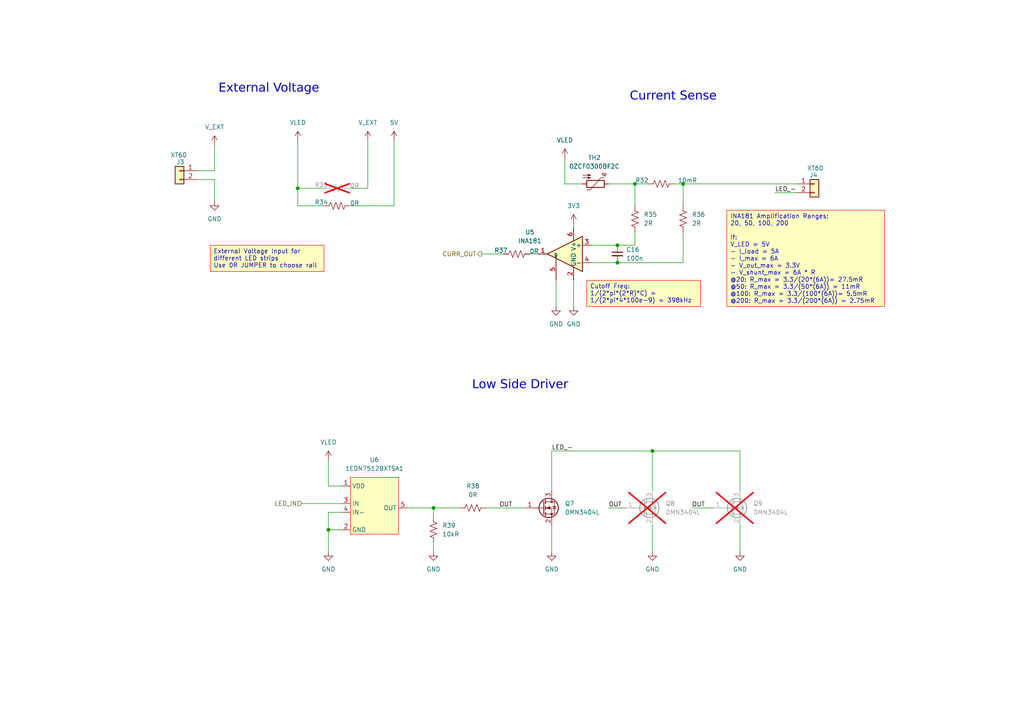
<source format=kicad_sch>
(kicad_sch (version 20231120) (generator "eeschema") (generator_version "8.0")
  (paper "A4")
  (title_block (title "${SHEETNAME}") (date "2024-11-22") (rev "1.0.0") (company "Demeter") (comment 1 "Akshat Doctor"))
  (lib_symbols
    (symbol "Amplifier_Current:INA181" (pin_names (offset 0.127))
      (property "Reference" "U" (at 3.81 3.81 0))
      (property "Value" "INA181" (at 3.81 -2.54 0))
      (symbol "INA181_0_1"
        (polyline (pts (xy 5.08 0) (xy -5.08 5.08) (xy -5.08 -5.08) (xy 5.08 0)) (stroke (width 0.254)) (fill (type background)))
      )
      (symbol "INA181_1_1"
        (pin output line (at 7.62 0 180) (length 2.54) (name "~") (number "1"))
        (pin power_in line (at -2.54 -7.62 90) (length 3.81) (name "GND") (number "2"))
        (pin input line (at -7.62 2.54 0) (length 2.54) (name "+") (number "3"))
        (pin input line (at -7.62 -2.54 0) (length 2.54) (name "-") (number "4"))
        (pin input line (at 2.54 -7.62 90) (length 6.35) (name "REF") (number "5"))
        (pin power_in line (at -2.54 7.62 270) (length 3.81) (name "V+") (number "6"))
      )
    )
    (symbol "Connector_Generic:Conn_01x02" (pin_names (offset 1.016) hide)
      (property "Reference" "J" (at 0 2.54 0))
      (property "Value" "Conn_01x02" (at 0 -5.08 0))
      (symbol "Conn_01x02_1_1"
        (rectangle (start -1.27 -2.413) (end 0 -2.667) (stroke (width 0.1524)))
        (rectangle (start -1.27 0.127) (end 0 -0.127) (stroke (width 0.1524)))
        (rectangle (start -1.27 1.27) (end 1.27 -3.81) (stroke (width 0.254)) (fill (type background)))
        (pin passive line (at -5.08 0 0) (length 3.81) (name "Pin_1") (number "1"))
        (pin passive line (at -5.08 -2.54 0) (length 3.81) (name "Pin_2") (number "2"))
      )
    )
    (symbol "Demeter_Extra:1EDN7512BXTSA1"
      (property "Reference" "U" (at 5.08 20.32 0))
      (property "Value" "1EDN7512BXTSA1" (at 6.35 17.78 0))
      (symbol "1EDN7512BXTSA1_1_1"
        (rectangle (start 0 16.51) (end 13.97 0) (stroke (width 0) (color 255 0 0 1)) (fill (type background)))
        (pin input line (at -2.54 13.97 0) (length 2.54) (name "VDD") (number "1"))
        (pin input line (at -2.54 1.27 0) (length 2.54) (name "GND") (number "2"))
        (pin input line (at -2.54 8.89 0) (length 2.54) (name "IN") (number "3"))
        (pin input line (at -2.54 6.35 0) (length 2.54) (name "IN-") (number "4"))
        (pin input line (at 16.51 7.62 180) (length 2.54) (name "OUT") (number "5"))
      )
    )
    (symbol "Device:C_Small" (pin_numbers hide) (pin_names (offset 0.254) hide)
      (property "Reference" "C" (at 0.254 1.778 0))
      (property "Value" "C_Small" (at 0.254 -2.032 0))
      (symbol "C_Small_0_1"
        (polyline (pts (xy -1.524 -0.508) (xy 1.524 -0.508)) (stroke (width 0.3302)))
        (polyline (pts (xy -1.524 0.508) (xy 1.524 0.508)) (stroke (width 0.3048)))
      )
      (symbol "C_Small_1_1"
        (pin passive line (at 0 2.54 270) (length 2.032) (name "~") (number "1"))
        (pin passive line (at 0 -2.54 90) (length 2.032) (name "~") (number "2"))
      )
    )
    (symbol "Device:R_US" (pin_numbers hide) (pin_names (offset 0))
      (property "Reference" "R" (at 2.54 0 90))
      (property "Value" "R_US" (at -2.54 0 90))
      (symbol "R_US_0_1"
        (polyline (pts (xy 0 -2.286) (xy 0 -2.54)))
        (polyline (pts (xy 0 2.286) (xy 0 2.54)))
        (polyline (pts (xy 0 -0.762) (xy 1.016 -1.143) (xy 0 -1.524) (xy -1.016 -1.905) (xy 0 -2.286)))
        (polyline (pts (xy 0 0.762) (xy 1.016 0.381) (xy 0 0) (xy -1.016 -0.381) (xy 0 -0.762)))
        (polyline (pts (xy 0 2.286) (xy 1.016 1.905) (xy 0 1.524) (xy -1.016 1.143) (xy 0 0.762)))
      )
      (symbol "R_US_1_1"
        (pin passive line (at 0 3.81 270) (length 1.27) (name "~") (number "1"))
        (pin passive line (at 0 -3.81 90) (length 1.27) (name "~") (number "2"))
      )
    )
    (symbol "Device:Thermistor_PTC" (pin_numbers hide) (pin_names (offset 0))
      (property "Reference" "TH" (at -4.064 0 90))
      (property "Value" "Thermistor_PTC" (at 3.048 0 90))
      (symbol "Thermistor_PTC_0_1"
        (arc (start -3.048 2.159) (mid -3.0495 2.3143) (end -3.175 2.413))
        (arc (start -3.048 2.159) (mid -2.9736 1.9794) (end -2.794 1.905))
        (arc (start -3.048 2.794) (mid -2.9736 2.6144) (end -2.794 2.54))
        (arc (start -2.794 1.905) (mid -2.6144 1.9794) (end -2.54 2.159))
        (arc (start -2.794 2.54) (mid -2.4393 2.5587) (end -2.159 2.794))
        (arc (start -2.794 3.048) (mid -2.9736 2.9736) (end -3.048 2.794))
        (arc (start -2.54 2.794) (mid -2.6144 2.9736) (end -2.794 3.048))
        (rectangle (start -1.016 2.54) (end 1.016 -2.54) (stroke (width 0.254)))
        (polyline (pts (xy -2.54 2.159) (xy -2.54 2.794)))
        (polyline (pts (xy -1.778 2.54) (xy -1.778 1.524) (xy 1.778 -1.524) (xy 1.778 -2.54)))
        (polyline (pts (xy -2.54 -3.683) (xy -2.54 -1.397) (xy -2.794 -2.159) (xy -2.286 -2.159) (xy -2.54 -1.397) (xy -2.54 -1.651)) (fill (type outline)))
        (polyline (pts (xy -1.778 -3.683) (xy -1.778 -1.397) (xy -2.032 -2.159) (xy -1.524 -2.159) (xy -1.778 -1.397) (xy -1.778 -1.651)) (fill (type outline)))
      )
      (symbol "Thermistor_PTC_1_1"
        (pin passive line (at 0 3.81 270) (length 1.27) (name "~") (number "1"))
        (pin passive line (at 0 -3.81 90) (length 1.27) (name "~") (number "2"))
      )
    )
    (symbol "Transistor_FET:DMN3404L" (pin_names hide)
      (property "Reference" "Q" (at 5.08 1.905 0))
      (property "Value" "DMN3404L" (at 5.08 0 0))
      (symbol "DMN3404L_0_1"
        (polyline (pts (xy 0.254 0) (xy -2.54 0)))
        (polyline (pts (xy 0.254 1.905) (xy 0.254 -1.905)) (stroke (width 0.254)))
        (polyline (pts (xy 0.762 -1.27) (xy 0.762 -2.286)) (stroke (width 0.254)))
        (polyline (pts (xy 0.762 0.508) (xy 0.762 -0.508)) (stroke (width 0.254)))
        (polyline (pts (xy 0.762 2.286) (xy 0.762 1.27)) (stroke (width 0.254)))
        (polyline (pts (xy 2.54 2.54) (xy 2.54 1.778)))
        (polyline (pts (xy 2.54 -2.54) (xy 2.54 0) (xy 0.762 0)))
        (polyline (pts (xy 0.762 -1.778) (xy 3.302 -1.778) (xy 3.302 1.778) (xy 0.762 1.778)))
        (polyline (pts (xy 1.016 0) (xy 2.032 0.381) (xy 2.032 -0.381) (xy 1.016 0)) (fill (type outline)))
        (polyline (pts (xy 2.794 0.508) (xy 2.921 0.381) (xy 3.683 0.381) (xy 3.81 0.254)))
        (polyline (pts (xy 3.302 0.381) (xy 2.921 -0.254) (xy 3.683 -0.254) (xy 3.302 0.381)))
        (circle (center 1.651 0) (radius 2.794) (stroke (width 0.254)))
        (circle (center 2.54 -1.778) (radius 0.254) (fill (type outline)))
        (circle (center 2.54 1.778) (radius 0.254) (fill (type outline)))
      )
      (symbol "DMN3404L_1_1"
        (pin input line (at -5.08 0 0) (length 2.54) (name "G") (number "1"))
        (pin passive line (at 2.54 -5.08 90) (length 2.54) (name "S") (number "2"))
        (pin passive line (at 2.54 5.08 270) (length 2.54) (name "D") (number "3"))
      )
    )
    (symbol "power:GND" (power) (pin_numbers hide) (pin_names (offset 0) hide)
      (property "Value" "GND" (at 0 -3.81 0))
      (symbol "GND_0_1"
        (polyline (pts (xy 0 0) (xy 0 -1.27) (xy 1.27 -1.27) (xy 0 -2.54) (xy -1.27 -1.27) (xy 0 -1.27)))
      )
      (symbol "GND_1_1"
        (pin power_in line (at 0 0 270) (length 0) (name "~") (number "1"))
      )
    )
    (symbol "power:VBUS" (power) (pin_numbers hide) (pin_names (offset 0) hide)
      (property "Value" "VBUS" (at 0 3.556 0))
      (symbol "VBUS_0_1"
        (polyline (pts (xy -0.762 1.27) (xy 0 2.54)))
        (polyline (pts (xy 0 0) (xy 0 2.54)))
        (polyline (pts (xy 0 2.54) (xy 0.762 1.27)))
      )
      (symbol "VBUS_1_1"
        (pin power_in line (at 0 0 90) (length 0) (name "~") (number "1"))
      )
    )
  )
  (junction (at 95.25 153.67))
  (junction (at 86.36 54.61))
  (junction (at 179.07 76.2))
  (junction (at 125.73 147.32))
  (junction (at 179.07 71.12))
  (junction (at 184.15 53.34))
  (junction (at 198.12 53.34))
  (junction (at 189.23 130.81))
  (wire (pts (xy 125.73 147.32) (xy 133.35 147.32)))
  (wire (pts (xy 166.37 64.77) (xy 166.37 66.04)))
  (wire (pts (xy 118.11 147.32) (xy 125.73 147.32)))
  (wire (pts (xy 200.66 147.32) (xy 207.01 147.32)))
  (wire (pts (xy 171.45 76.2) (xy 179.07 76.2)))
  (wire (pts (xy 184.15 53.34) (xy 184.15 59.69)))
  (wire (pts (xy 99.06 140.97) (xy 95.25 140.97)))
  (wire (pts (xy 171.45 71.12) (xy 179.07 71.12)))
  (wire (pts (xy 160.02 152.4) (xy 160.02 160.02)))
  (wire (pts (xy 114.3 40.64) (xy 114.3 59.69)))
  (wire (pts (xy 189.23 130.81) (xy 214.63 130.81)))
  (wire (pts (xy 95.25 153.67) (xy 95.25 160.02)))
  (wire (pts (xy 198.12 53.34) (xy 198.12 59.69)))
  (wire (pts (xy 160.02 142.24) (xy 160.02 130.81)))
  (wire (pts (xy 189.23 130.81) (xy 189.23 142.24)))
  (wire (pts (xy 195.58 53.34) (xy 198.12 53.34)))
  (wire (pts (xy 101.6 59.69) (xy 114.3 59.69)))
  (wire (pts (xy 163.83 53.34) (xy 168.91 53.34)))
  (wire (pts (xy 62.23 52.07) (xy 62.23 58.42)))
  (wire (pts (xy 224.79 55.88) (xy 231.14 55.88)))
  (wire (pts (xy 214.63 130.81) (xy 214.63 142.24)))
  (wire (pts (xy 163.83 53.34) (xy 163.83 45.72)))
  (wire (pts (xy 57.15 49.53) (xy 62.23 49.53)))
  (wire (pts (xy 139.7 73.66) (xy 146.05 73.66)))
  (wire (pts (xy 161.29 81.28) (xy 161.29 88.9)))
  (wire (pts (xy 160.02 130.81) (xy 189.23 130.81)))
  (wire (pts (xy 95.25 153.67) (xy 99.06 153.67)))
  (wire (pts (xy 198.12 76.2) (xy 198.12 67.31)))
  (wire (pts (xy 99.06 148.59) (xy 95.25 148.59)))
  (wire (pts (xy 95.25 133.35) (xy 95.25 140.97)))
  (wire (pts (xy 125.73 149.86) (xy 125.73 147.32)))
  (wire (pts (xy 179.07 76.2) (xy 198.12 76.2)))
  (wire (pts (xy 57.15 52.07) (xy 62.23 52.07)))
  (wire (pts (xy 189.23 152.4) (xy 189.23 160.02)))
  (wire (pts (xy 176.53 147.32) (xy 181.61 147.32)))
  (wire (pts (xy 125.73 157.48) (xy 125.73 160.02)))
  (wire (pts (xy 101.6 54.61) (xy 106.68 54.61)))
  (wire (pts (xy 176.53 53.34) (xy 184.15 53.34)))
  (wire (pts (xy 86.36 59.69) (xy 93.98 59.69)))
  (wire (pts (xy 140.97 147.32) (xy 152.4 147.32)))
  (wire (pts (xy 86.36 40.64) (xy 86.36 54.61)))
  (wire (pts (xy 198.12 53.34) (xy 231.14 53.34)))
  (wire (pts (xy 106.68 40.64) (xy 106.68 54.61)))
  (wire (pts (xy 214.63 152.4) (xy 214.63 160.02)))
  (wire (pts (xy 184.15 71.12) (xy 179.07 71.12)))
  (wire (pts (xy 86.36 54.61) (xy 86.36 59.69)))
  (wire (pts (xy 87.63 146.05) (xy 99.06 146.05)))
  (wire (pts (xy 86.36 54.61) (xy 93.98 54.61)))
  (wire (pts (xy 153.67 73.66) (xy 156.21 73.66)))
  (wire (pts (xy 166.37 81.28) (xy 166.37 88.9)))
  (wire (pts (xy 62.23 41.91) (xy 62.23 49.53)))
  (wire (pts (xy 184.15 53.34) (xy 187.96 53.34)))
  (wire (pts (xy 184.15 67.31) (xy 184.15 71.12)))
  (wire (pts (xy 95.25 148.59) (xy 95.25 153.67)))
  (text_box "INA181 Amplification Ranges:\n20, 50, 100, 200\n\nIf:\nV_LED = 5V\n- I_load = 5A\n- I_max = 6A\n- V_out_max = 3.3V\n- V_shunt_max = 6A * R\n@20: R_max = 3.3/(20*(6A))= 27.5mR\n@50: R_max = 3.3/(50*(6A)) = 11mR\n@100: R_max = 3.3/(100*(6A))= 5.5mR\n@200: R_max = 3.3/(200*(6A)) = 2.75mR\n" (at 210.82 60.96 0) (size 45.72 27.94) (stroke (width 0) (color 255 0 0 1)) (fill (type color) (color 255 255 194 1)) (effects (font (size 1.27 1.27)) (justify left top)))
  (text_box "Cutoff Freq:\n1/(2*pi*(2*R)*C) = 1/(2*pi*4*100e-9) = 398kHz" (at 170.18 81.28 0) (size 33.02 7.62) (stroke (width 0) (color 255 0 0 1)) (fill (type color) (color 255 255 194 1)) (effects (font (size 1.27 1.27)) (justify left top)))
  (text_box "External Voltage Input for different LED strips\nUse 0R JUMPER to choose rail\n" (at 60.96 71.12 0) (size 33.02 7.62) (stroke (width 0) (color 255 0 0 1)) (fill (type color) (color 255 255 194 1)) (effects (font (size 1.27 1.27)) (justify left top)))
  (text "External Voltage\n" (exclude_from_sim yes) (at 77.978 26.416 0) (effects (font (size 2.54 2.54))))
  (text "Current Sense " (exclude_from_sim yes) (at 195.834 28.702 0) (effects (font (size 2.54 2.54))))
  (text "Low Side Driver\n\n" (exclude_from_sim yes) (at 150.876 114.554 0) (effects (font (size 2.54 2.54))))
  (label "LED_-" (at 160.02 130.81 0))
  (label "OUT" (at 200.66 147.32 0))
  (label "LED_-" (at 224.79 55.88 0))
  (label "OUT" (at 176.53 147.32 0))
  (label "OUT" (at 144.78 147.32 0))
  (hierarchical_label "CURR_OUT" (shape output) (at 139.7 73.66 180))
  (hierarchical_label "LED_IN" (shape input) (at 87.63 146.05 180))
  (symbol (lib_id "Device:R_US") (at 137.16 147.32 90) (unit 1)
    (property "Reference" "R38" (at 137.16 140.97 90))
    (property "Value" "0R" (at 137.16 143.51 90))
    (property "Description" "Resistor, US symbol" (effects (hide yes)))
  )
  (symbol (lib_id "Device:R_US") (at 125.73 153.67 180) (unit 1)
    (property "Reference" "R39" (at 128.27 152.3999 0) (effects (justify right)))
    (property "Value" "10kR" (at 128.27 154.9399 0) (effects (justify right)))
    (property "Description" "Resistor, US symbol" (effects (hide yes)))
  )
  (symbol (lib_id "Device:R_US") (at 184.15 63.5 180) (unit 1)
    (property "Reference" "R35" (at 186.69 62.2299 0) (effects (justify right)))
    (property "Value" "2R" (at 186.69 64.7699 0) (effects (justify right)))
    (property "Description" "Resistor, US symbol" (effects (hide yes)))
  )
  (symbol (lib_id "Device:R_US") (at 149.86 73.66 270) (unit 1)
    (property "Reference" "R37" (at 145.288 72.644 90))
    (property "Value" "0R" (at 154.94 72.898 90))
    (property "Description" "Resistor, US symbol" (effects (hide yes)))
  )
  (symbol (lib_id "Device:C_Small") (at 179.07 73.66 0) (unit 1)
    (property "Reference" "C16" (at 181.61 72.3962 0) (effects (justify left)))
    (property "Value" "100n" (at 181.61 74.9362 0) (effects (justify left)))
    (property "Description" "Unpolarized capacitor, small symbol" (effects (hide yes)))
  )
  (symbol (lib_id "power:GND") (at 166.37 88.9 0) (unit 1)
    (property "Reference" "#PWR062" (effects (hide yes)))
    (property "Value" "GND" (at 166.37 93.98 0))
    (property "Description" "Power symbol creates a global label with name \"GND\" , ground" (effects (hide yes)))
  )
  (symbol (lib_id "Connector_Generic:Conn_01x02") (at 52.07 49.53 0) (mirror y) (unit 1)
    (property "Reference" "J3" (at 52.324 46.99 0))
    (property "Value" "XT60" (at 51.816 44.958 0))
    (property "Description" "Generic connector, single row, 01x02, script generated (kicad-library-utils/schlib/autogen/connector/)" (effects (hide yes)))
  )
  (symbol (lib_id "power:GND") (at 95.25 160.02 0) (unit 1)
    (property "Reference" "#PWR064" (effects (hide yes)))
    (property "Value" "GND" (at 95.25 165.1 0))
    (property "Description" "Power symbol creates a global label with name \"GND\" , ground" (effects (hide yes)))
  )
  (symbol (lib_id "Device:R_US") (at 191.77 53.34 90) (unit 1)
    (property "Reference" "R32" (at 186.182 52.324 90))
    (property "Value" "10mR" (at 199.39 52.324 90))
    (property "Description" "Resistor, US symbol" (effects (hide yes)))
  )
  (symbol (lib_id "power:VBUS") (at 86.36 40.64 0) (mirror y) (unit 1)
    (property "Reference" "#PWR054" (effects (hide yes)))
    (property "Value" "VLED" (at 86.36 35.56 0))
    (property "Description" "Power symbol creates a global label with name \"VBUS\"" (effects (hide yes)))
  )
  (symbol (lib_id "power:VBUS") (at 163.83 45.72 0) (mirror y) (unit 1)
    (property "Reference" "#PWR058" (effects (hide yes)))
    (property "Value" "VLED" (at 163.83 40.64 0))
    (property "Description" "Power symbol creates a global label with name \"VBUS\"" (effects (hide yes)))
  )
  (symbol (lib_id "Transistor_FET:DMN3404L") (at 186.69 147.32 0) (unit 1) (dnp yes)
    (property "Reference" "Q8" (at 193.04 146.0499 0) (effects (justify left)))
    (property "Value" "DMN3404L" (at 193.04 148.5899 0) (effects (justify left)))
    (property "Footprint" "Package_TO_SOT_SMD:SOT-23" (effects (hide yes)))
    (property "Datasheet" "http://www.diodes.com/assets/Datasheets/ds31787.pdf" (effects (hide yes)))
    (property "Description" "5.8A Id, 30V Vds, N-Channel MOSFET, SOT-23" (effects (hide yes)))
  )
  (symbol (lib_id "Amplifier_Current:INA181") (at 163.83 73.66 0) (mirror y) (unit 1)
    (property "Reference" "U5" (at 153.67 67.3414 0))
    (property "Value" "INA181" (at 153.67 69.8814 0))
    (property "Footprint" "Package_TO_SOT_SMD:SOT-23-6" (effects (hide yes)))
    (property "Datasheet" "http://www.ti.com/lit/ds/symlink/ina181.pdf" (effects (hide yes)))
    (property "Description" "Bidirectional, Low- and High-Side Voltage Output, Current-Sense Amplifier, SOT-23-6" (effects (hide yes)))
  )
  (symbol (lib_id "power:VBUS") (at 166.37 64.77 0) (mirror y) (unit 1)
    (property "Reference" "#PWR060" (effects (hide yes)))
    (property "Value" "3V3" (at 166.37 59.69 0))
    (property "Description" "Power symbol creates a global label with name \"VBUS\"" (effects (hide yes)))
  )
  (symbol (lib_id "power:GND") (at 189.23 160.02 0) (unit 1)
    (property "Reference" "#PWR067" (effects (hide yes)))
    (property "Value" "GND" (at 189.23 165.1 0))
    (property "Description" "Power symbol creates a global label with name \"GND\" , ground" (effects (hide yes)))
  )
  (symbol (lib_id "power:VBUS") (at 62.23 41.91 0) (mirror y) (unit 1)
    (property "Reference" "#PWR057" (effects (hide yes)))
    (property "Value" "V_EXT" (at 62.23 36.83 0))
    (property "Description" "Power symbol creates a global label with name \"VBUS\"" (effects (hide yes)))
  )
  (symbol (lib_id "power:VBUS") (at 95.25 133.35 0) (mirror y) (unit 1)
    (property "Reference" "#PWR063" (effects (hide yes)))
    (property "Value" "VLED" (at 95.25 128.27 0))
    (property "Description" "Power symbol creates a global label with name \"VBUS\"" (effects (hide yes)))
  )
  (symbol (lib_id "Device:R_US") (at 97.79 59.69 270) (unit 1)
    (property "Reference" "R34" (at 93.218 58.674 90))
    (property "Value" "0R" (at 102.87 58.928 90))
    (property "Description" "Resistor, US symbol" (effects (hide yes)))
  )
  (symbol (lib_id "Device:Thermistor_PTC") (at 172.72 53.34 270) (unit 1)
    (property "Reference" "TH2" (at 172.4025 45.72 90))
    (property "Value" "0ZCF0300BF2C" (at 172.4025 48.26 90))
    (property "Footprint" "Package_TO_SOT_SMD:SOT-363_SC-70-6" (effects (hide yes)))
    (property "Description" "Temperature dependent resistor, positive temperature coefficient" (effects (hide yes)))
  )
  (symbol (lib_id "power:VBUS") (at 106.68 40.64 0) (mirror y) (unit 1)
    (property "Reference" "#PWR055" (effects (hide yes)))
    (property "Value" "V_EXT" (at 106.68 35.56 0))
    (property "Description" "Power symbol creates a global label with name \"VBUS\"" (effects (hide yes)))
  )
  (symbol (lib_id "Demeter_Extra:1EDN7512BXTSA1") (at 101.6 154.94 0) (unit 1)
    (property "Reference" "U6" (at 108.585 133.35 0))
    (property "Value" "1EDN7512BXTSA1" (at 108.585 135.89 0))
  )
  (symbol (lib_id "power:GND") (at 160.02 160.02 0) (unit 1)
    (property "Reference" "#PWR066" (effects (hide yes)))
    (property "Value" "GND" (at 160.02 165.1 0))
    (property "Description" "Power symbol creates a global label with name \"GND\" , ground" (effects (hide yes)))
  )
  (symbol (lib_id "power:GND") (at 62.23 58.42 0) (unit 1)
    (property "Reference" "#PWR059" (effects (hide yes)))
    (property "Value" "GND" (at 62.23 63.5 0))
    (property "Description" "Power symbol creates a global label with name \"GND\" , ground" (effects (hide yes)))
  )
  (symbol (lib_id "Transistor_FET:DMN3404L") (at 212.09 147.32 0) (unit 1) (dnp yes)
    (property "Reference" "Q9" (at 218.44 146.0499 0) (effects (justify left)))
    (property "Value" "DMN3404L" (at 218.44 148.5899 0) (effects (justify left)))
    (property "Footprint" "Package_TO_SOT_SMD:SOT-23" (effects (hide yes)))
    (property "Datasheet" "http://www.diodes.com/assets/Datasheets/ds31787.pdf" (effects (hide yes)))
    (property "Description" "5.8A Id, 30V Vds, N-Channel MOSFET, SOT-23" (effects (hide yes)))
  )
  (symbol (lib_id "power:GND") (at 161.29 88.9 0) (unit 1)
    (property "Reference" "#PWR061" (effects (hide yes)))
    (property "Value" "GND" (at 161.29 93.98 0))
    (property "Description" "Power symbol creates a global label with name \"GND\" , ground" (effects (hide yes)))
  )
  (symbol (lib_id "Device:R_US") (at 97.79 54.61 270) (unit 1) (dnp yes)
    (property "Reference" "R33" (at 93.218 53.594 90))
    (property "Value" "0R" (at 102.87 53.848 90))
    (property "Description" "Resistor, US symbol" (effects (hide yes)))
  )
  (symbol (lib_id "power:GND") (at 125.73 160.02 0) (unit 1)
    (property "Reference" "#PWR065" (effects (hide yes)))
    (property "Value" "GND" (at 125.73 165.1 0))
    (property "Description" "Power symbol creates a global label with name \"GND\" , ground" (effects (hide yes)))
  )
  (symbol (lib_id "power:VBUS") (at 114.3 40.64 0) (mirror y) (unit 1)
    (property "Reference" "#PWR056" (effects (hide yes)))
    (property "Value" "5V" (at 114.3 35.56 0))
    (property "Description" "Power symbol creates a global label with name \"VBUS\"" (effects (hide yes)))
  )
  (symbol (lib_id "Connector_Generic:Conn_01x02") (at 236.22 53.34 0) (unit 1)
    (property "Reference" "J4" (at 235.966 50.8 0))
    (property "Value" "XT60" (at 236.474 48.768 0))
    (property "Description" "Generic connector, single row, 01x02, script generated (kicad-library-utils/schlib/autogen/connector/)" (effects (hide yes)))
  )
  (symbol (lib_id "Device:R_US") (at 198.12 63.5 180) (unit 1)
    (property "Reference" "R36" (at 200.66 62.2299 0) (effects (justify right)))
    (property "Value" "2R" (at 200.66 64.7699 0) (effects (justify right)))
    (property "Description" "Resistor, US symbol" (effects (hide yes)))
  )
  (symbol (lib_id "power:GND") (at 214.63 160.02 0) (unit 1)
    (property "Reference" "#PWR068" (effects (hide yes)))
    (property "Value" "GND" (at 214.63 165.1 0))
    (property "Description" "Power symbol creates a global label with name \"GND\" , ground" (effects (hide yes)))
  )
  (symbol (lib_id "Transistor_FET:DMN3404L") (at 157.48 147.32 0) (unit 1)
    (property "Reference" "Q7" (at 163.83 146.0499 0) (effects (justify left)))
    (property "Value" "DMN3404L" (at 163.83 148.5899 0) (effects (justify left)))
    (property "Footprint" "Package_TO_SOT_SMD:SOT-23" (effects (hide yes)))
    (property "Datasheet" "http://www.diodes.com/assets/Datasheets/ds31787.pdf" (effects (hide yes)))
    (property "Description" "5.8A Id, 30V Vds, N-Channel MOSFET, SOT-23" (effects (hide yes)))
  )
)
</source>
